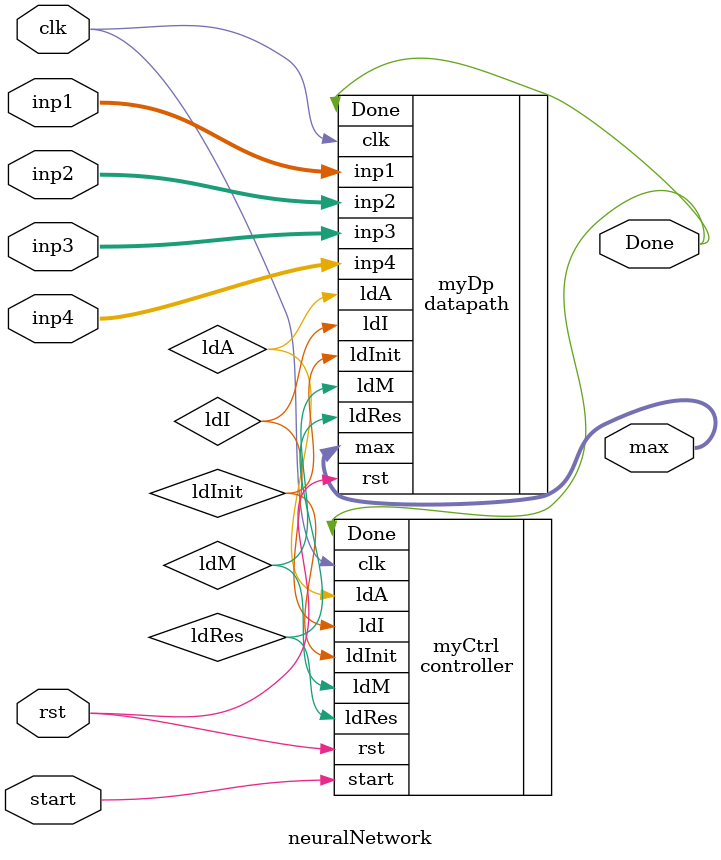
<source format=v>

module neuralNetwork(clk, rst, start, inp1, inp2, inp3, inp4, max, Done);

        input clk, rst, start;
        input [31:0] inp1, inp2, inp3, inp4;

        output [31:0] max;
        output Done;
        wire ldI, ldInit, ldM, ldRes, ldA;
    
        datapath myDp(.rst(rst), .clk(clk), .inp1(inp1), .inp2(inp2), .inp3(inp3), .inp4(inp4), .ldI(ldI), .ldA(ldA), .ldInit(ldInit), .ldM(ldM), .ldRes(ldRes), .max(max), .Done(Done));
        controller myCtrl(.rst(rst), .clk(clk), .start(start), .ldI(ldI), .ldInit(ldInit), .ldM(ldM), .ldRes(ldRes), .ldA(ldA), .Done(Done));

endmodule
</source>
